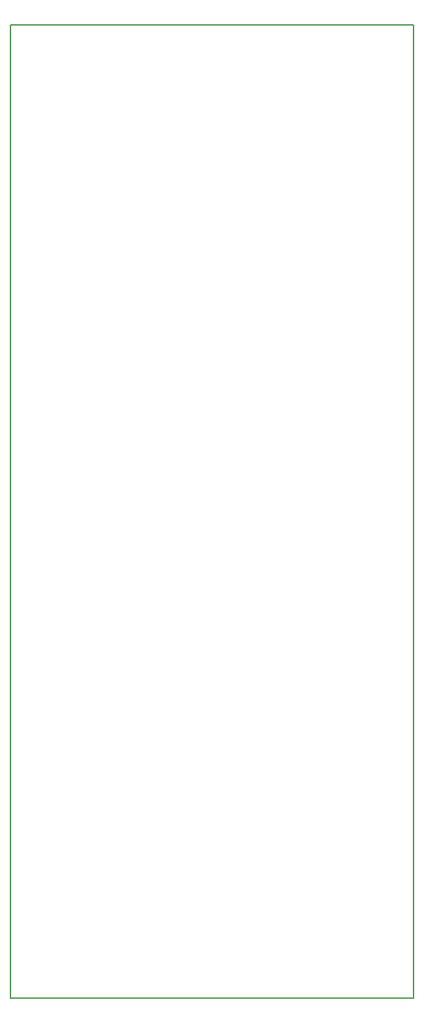
<source format=gm1>
G04 #@! TF.FileFunction,Profile,NP*
%FSLAX46Y46*%
G04 Gerber Fmt 4.6, Leading zero omitted, Abs format (unit mm)*
G04 Created by KiCad (PCBNEW 4.0.7) date Wednesday, May 09, 2018 'PMt' 10:18:29 PM*
%MOMM*%
%LPD*%
G01*
G04 APERTURE LIST*
%ADD10C,0.100000*%
%ADD11C,0.150000*%
G04 APERTURE END LIST*
D10*
D11*
X84074000Y-39116000D02*
X84074000Y-40386000D01*
X85344000Y-39116000D02*
X84074000Y-39116000D01*
X85344000Y-39116000D02*
X136144000Y-39116000D01*
X84074000Y-164846000D02*
X84074000Y-40386000D01*
X136144000Y-40386000D02*
X136144000Y-39116000D01*
X136144000Y-164846000D02*
X136144000Y-40386000D01*
X134874000Y-164846000D02*
X136144000Y-164846000D01*
X84074000Y-164846000D02*
X134874000Y-164846000D01*
M02*

</source>
